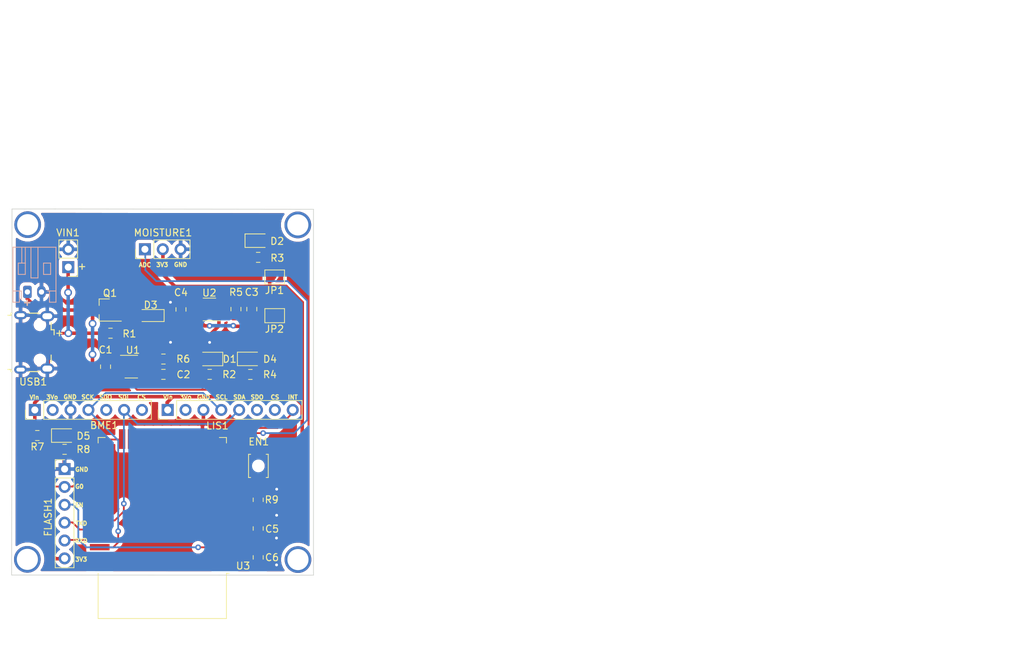
<source format=kicad_pcb>
(kicad_pcb (version 20171130) (host pcbnew "(5.1.9)-1")
  (layers (0 F.Cu signal) (31 B.Cu signal) (34 B.Paste user hide) (35 F.Paste user hide) (36 B.SilkS user hide) (37 F.SilkS user hide) (38 B.Mask user hide) (39 F.Mask user hide) (44 Edge.Cuts user))
  (net 0 "")
  (net 1 GND)
  (net 2 +BATT)
  (net 3 VBUS)
  (net 4 +3V3)
  (net 5 EN)
  (net 6 "Net-(D1-Pad1)")
  (net 7 IO2)
  (net 8 "Net-(D5-Pad1)")
  (net 9 SDA)
  (net 10 SCL)
  (net 11 TX0)
  (net 12 RX0)
  (net 13 IO0)
  (net 14 "Net-(R5-Pad1)")
  (net 15 "Net-(D4-Pad2)")
  (net 16 "Net-(U2-Pad4)")
  (net 17 "Net-(U3-Pad32)")
  (net 18 "Net-(BME1-Pad7)")
  (net 19 "Net-(BME1-Pad5)")
  (net 20 "Net-(BME1-Pad2)")
  (net 21 "Net-(C3-Pad1)")
  (net 22 "Net-(U3-Pad37)")
  (net 23 "Net-(U3-Pad31)")
  (net 24 "Net-(U3-Pad30)")
  (net 25 "Net-(U3-Pad29)")
  (net 26 "Net-(U3-Pad28)")
  (net 27 "Net-(U3-Pad27)")
  (net 28 "Net-(U3-Pad26)")
  (net 29 "Net-(U3-Pad23)")
  (net 30 "Net-(U3-Pad22)")
  (net 31 "Net-(U3-Pad21)")
  (net 32 "Net-(U3-Pad20)")
  (net 33 "Net-(U3-Pad19)")
  (net 34 "Net-(U3-Pad18)")
  (net 35 "Net-(U3-Pad17)")
  (net 36 "Net-(U3-Pad16)")
  (net 37 "Net-(U3-Pad14)")
  (net 38 "Net-(U3-Pad13)")
  (net 39 "Net-(U3-Pad12)")
  (net 40 "Net-(U3-Pad11)")
  (net 41 "Net-(U3-Pad10)")
  (net 42 "Net-(U3-Pad8)")
  (net 43 "Net-(U3-Pad7)")
  (net 44 "Net-(U3-Pad5)")
  (net 45 "Net-(U3-Pad4)")
  (net 46 "Net-(USB1-Pad4)")
  (net 47 "Net-(USB1-Pad3)")
  (net 48 "Net-(USB1-Pad2)")
  (net 49 "Net-(C4-Pad1)")
  (net 50 "Net-(R2-Pad1)")
  (net 51 "Net-(D2-Pad2)")
  (net 52 "Net-(D2-Pad1)")
  (net 53 "Net-(R6-Pad1)")
  (net 54 INT)
  (net 55 "Net-(LIS1-Pad7)")
  (net 56 "Net-(LIS1-Pad6)")
  (net 57 "Net-(LIS1-Pad2)")
  (net 58 ADC1)
  (module MountingHole:MountingHole_2.2mm_M2_DIN965_Pad (layer F.Cu) (at 129.64414 123.0503)
    (fp_text reference H4 hide)
    (fp_text value MountingHole)
    (pad 1 thru_hole circle (at 0 0) (size 3.8 3.8) (drill 3) (layers *.Cu *.Mask))
  )
  (module MountingHole:MountingHole_2.2mm_M2_DIN965_Pad (layer F.Cu) (at 168.12514 123.08332)
    (fp_text reference H3 hide)
    (fp_text value MountingHole)
    (pad 1 thru_hole circle (at 0 0) (size 3.8 3.8) (drill 3) (layers *.Cu *.Mask))
  )
  (module MountingHole:MountingHole_2.2mm_M2_DIN965_Pad (layer F.Cu) (at 168.10482 75.49134)
    (fp_text reference H2 hide)
    (fp_text value MountingHole)
    (pad 1 thru_hole circle (at 0 0) (size 3.8 3.8) (drill 3) (layers *.Cu *.Mask))
  )
  (module MountingHole:MountingHole_2.2mm_M2_DIN965_Pad (layer F.Cu) (at 129.68986 75.45324)
    (fp_text reference H1 hide)
    (fp_text value MountingHole)
    (pad 1 thru_hole circle (at 0 0) (size 3.8 3.8) (drill 3) (layers *.Cu *.Mask))
  )
  (module Connector_PinHeader_2.54mm:PinHeader_1x03_P2.54mm_Vertical (layer F.Cu) (at 146.35988 78.95336 90)
    (fp_text reference MOISTURE1 (at 2.35336 2.57012 180) (layer F.SilkS))
    (fp_text value MOISTURE)
    (pad 3 thru_hole oval (at 0 5.08 90) (size 1.7 1.7) (drill 1) (layers *.Cu *.Mask) (net 1 GND))
    (pad 2 thru_hole oval (at 0 2.54 90) (size 1.7 1.7) (drill 1) (layers *.Cu *.Mask) (net 4 +3V3))
    (pad 1 thru_hole rect (at 0 0 90) (size 1.7 1.7) (drill 1) (layers *.Cu *.Mask) (net 58 ADC1))
  )
  (module Diode_SMD:D_SOD-323_HandSoldering (layer F.Cu) (at 147.19428 88.38248 180)
    (fp_text reference D3 (at 0.01652 1.50432) (layer F.SilkS))
    (fp_text value 1A/23V/620mV)
    (pad 2 smd rect (at 1.25 0 180) (size 1 1) (layers F.Cu F.Paste F.Mask) (net 3 VBUS))
    (pad 1 smd rect (at -1.25 0 180) (size 1 1) (layers F.Cu F.Paste F.Mask) (net 49 "Net-(C4-Pad1)"))
  )
  (module LED_SMD:LED_0805_2012Metric_Pad1.15x1.40mm_HandSolder (layer F.Cu) (at 162.4584 77.72908)
    (fp_text reference D2 (at 2.7051 0.07874) (layer F.SilkS))
    (fp_text value Red)
    (pad 2 smd roundrect (at 1.025 0) (size 1.15 1.4) (layers F.Cu F.Paste F.Mask) (roundrect_rratio 0.2173904347826087) (net 51 "Net-(D2-Pad2)"))
    (pad 1 smd roundrect (at -1.025 0) (size 1.15 1.4) (layers F.Cu F.Paste F.Mask) (roundrect_rratio 0.2173904347826087) (net 52 "Net-(D2-Pad1)"))
  )
  (module Jumper:SolderJumper-2_P1.3mm_Open_TrianglePad1.0x1.5mm (layer F.Cu) (at 164.81298 88.39962)
    (fp_text reference JP2 (at -0.03954 1.89738) (layer F.SilkS))
    (fp_text value SJ)
    (pad 1 smd custom (at -0.725 0) (size 0.3 0.3) (layers F.Cu F.Mask) (net 21 "Net-(C3-Pad1)") (options (clearance outline) (anchor rect)) (primitives (gr_poly (pts (xy -0.5 -0.75) (xy 0.5 -0.75) (xy 1 0) (xy 0.5 0.75) (xy -0.5 0.75)) (width 0))))
    (pad 2 smd custom (at 0.725 0) (size 0.3 0.3) (layers F.Cu F.Mask) (net 4 +3V3) (options (clearance outline) (anchor rect)) (primitives (gr_poly (pts (xy -0.65 -0.75) (xy 0.5 -0.75) (xy 0.5 0.75) (xy -0.65 0.75) (xy -0.15 0)) (width 0))))
  )
  (module LED_SMD:LED_0805_2012Metric_Pad1.15x1.40mm_HandSolder (layer F.Cu) (at 161.37 94.55)
    (fp_text reference D4 (at 2.78 0.03 180) (layer F.SilkS))
    (fp_text value Green)
    (pad 1 smd roundrect (at -1.025 0) (size 1.15 1.4) (layers F.Cu F.Paste F.Mask) (roundrect_rratio 0.2173904347826087) (net 1 GND))
    (pad 2 smd roundrect (at 1.025 0) (size 1.15 1.4) (layers F.Cu F.Paste F.Mask) (roundrect_rratio 0.2173904347826087) (net 15 "Net-(D4-Pad2)"))
  )
  (module Package_TO_SOT_SMD:SOT-23-5_HandSoldering (layer F.Cu) (at 144.4238 95.64794)
    (fp_text reference U1 (at 0.23174 -2.35628) (layer F.SilkS))
    (fp_text value MCP73831)
    (pad 5 smd rect (at 1.35 -0.95) (size 1.56 0.65) (layers F.Cu F.Paste F.Mask) (net 53 "Net-(R6-Pad1)"))
    (pad 4 smd rect (at 1.35 0.95) (size 1.56 0.65) (layers F.Cu F.Paste F.Mask) (net 3 VBUS))
    (pad 3 smd rect (at -1.35 0.95) (size 1.56 0.65) (layers F.Cu F.Paste F.Mask) (net 2 +BATT))
    (pad 2 smd rect (at -1.35 0) (size 1.56 0.65) (layers F.Cu F.Paste F.Mask) (net 1 GND))
    (pad 1 smd rect (at -1.35 -0.95) (size 1.56 0.65) (layers F.Cu F.Paste F.Mask) (net 50 "Net-(R2-Pad1)"))
  )
  (module RF_Module:ESP32-WROOM-32 (layer F.Cu) (at 148.83 115.6 180)
    (fp_text reference U3 (at -11.48972 -8.3774 180) (layer F.SilkS))
    (fp_text value ESP32-WROOM-32)
    (pad 39 smd rect (at -1 -0.755 180) (size 5 5) (layers F.Cu F.Paste F.Mask) (net 1 GND))
    (pad 1 smd rect (at -8.5 -8.255 180) (size 2.8 0.9) (drill (offset -0.4 0)) (layers F.Cu F.Paste F.Mask) (net 1 GND))
    (pad 2 smd rect (at -8.5 -6.985 180) (size 2.8 0.9) (drill (offset -0.4 0)) (layers F.Cu F.Paste F.Mask) (net 4 +3V3))
    (pad 3 smd rect (at -8.5 -5.715 180) (size 2.8 0.9) (drill (offset -0.4 0)) (layers F.Cu F.Paste F.Mask) (net 5 EN))
    (pad 4 smd rect (at -8.5 -4.445 180) (size 2.8 0.9) (drill (offset -0.4 0)) (layers F.Cu F.Paste F.Mask) (net 45 "Net-(U3-Pad4)"))
    (pad 5 smd rect (at -8.5 -3.175 180) (size 2.8 0.9) (drill (offset -0.4 0)) (layers F.Cu F.Paste F.Mask) (net 44 "Net-(U3-Pad5)"))
    (pad 6 smd rect (at -8.5 -1.905 180) (size 2.8 0.9) (drill (offset -0.4 0)) (layers F.Cu F.Paste F.Mask) (net 58 ADC1))
    (pad 7 smd rect (at -8.5 -0.635 180) (size 2.8 0.9) (drill (offset -0.4 0)) (layers F.Cu F.Paste F.Mask) (net 43 "Net-(U3-Pad7)"))
    (pad 8 smd rect (at -8.5 0.635 180) (size 2.8 0.9) (drill (offset -0.4 0)) (layers F.Cu F.Paste F.Mask) (net 42 "Net-(U3-Pad8)"))
    (pad 9 smd rect (at -8.5 1.905 180) (size 2.8 0.9) (drill (offset -0.4 0)) (layers F.Cu F.Paste F.Mask) (net 54 INT))
    (pad 10 smd rect (at -8.5 3.175 180) (size 2.8 0.9) (drill (offset -0.4 0)) (layers F.Cu F.Paste F.Mask) (net 41 "Net-(U3-Pad10)"))
    (pad 11 smd rect (at -8.5 4.445 180) (size 2.8 0.9) (drill (offset -0.4 0)) (layers F.Cu F.Paste F.Mask) (net 40 "Net-(U3-Pad11)"))
    (pad 12 smd rect (at -8.5 5.715 180) (size 2.8 0.9) (drill (offset -0.4 0)) (layers F.Cu F.Paste F.Mask) (net 39 "Net-(U3-Pad12)"))
    (pad 13 smd rect (at -8.5 6.985 180) (size 2.8 0.9) (drill (offset -0.4 0)) (layers F.Cu F.Paste F.Mask) (net 38 "Net-(U3-Pad13)"))
    (pad 14 smd rect (at -8.5 8.255 180) (size 2.8 0.9) (drill (offset -0.4 0)) (layers F.Cu F.Paste F.Mask) (net 37 "Net-(U3-Pad14)"))
    (pad 15 smd rect (at -5.715 9.255 270) (size 2.8 0.9) (drill (offset -0.4 0)) (layers F.Cu F.Paste F.Mask) (net 1 GND))
    (pad 16 smd rect (at -4.445 9.255 270) (size 2.8 0.9) (drill (offset -0.4 0)) (layers F.Cu F.Paste F.Mask) (net 36 "Net-(U3-Pad16)"))
    (pad 17 smd rect (at -3.175 9.255 270) (size 2.8 0.9) (drill (offset -0.4 0)) (layers F.Cu F.Paste F.Mask) (net 35 "Net-(U3-Pad17)"))
    (pad 18 smd rect (at -1.905 9.255 270) (size 2.8 0.9) (drill (offset -0.4 0)) (layers F.Cu F.Paste F.Mask) (net 34 "Net-(U3-Pad18)"))
    (pad 19 smd rect (at -0.635 9.255 270) (size 2.8 0.9) (drill (offset -0.4 0)) (layers F.Cu F.Paste F.Mask) (net 33 "Net-(U3-Pad19)"))
    (pad 20 smd rect (at 0.635 9.255 270) (size 2.8 0.9) (drill (offset -0.4 0)) (layers F.Cu F.Paste F.Mask) (net 32 "Net-(U3-Pad20)"))
    (pad 21 smd rect (at 1.905 9.255 270) (size 2.8 0.9) (drill (offset -0.4 0)) (layers F.Cu F.Paste F.Mask) (net 31 "Net-(U3-Pad21)"))
    (pad 22 smd rect (at 3.175 9.255 270) (size 2.8 0.9) (drill (offset -0.4 0)) (layers F.Cu F.Paste F.Mask) (net 30 "Net-(U3-Pad22)"))
    (pad 23 smd rect (at 4.445 9.255 270) (size 2.8 0.9) (drill (offset -0.4 0)) (layers F.Cu F.Paste F.Mask) (net 29 "Net-(U3-Pad23)"))
    (pad 24 smd rect (at 5.715 9.255 270) (size 2.8 0.9) (drill (offset -0.4 0)) (layers F.Cu F.Paste F.Mask) (net 7 IO2))
    (pad 25 smd rect (at 8.5 8.255 180) (size 2.8 0.9) (drill (offset 0.4 0)) (layers F.Cu F.Paste F.Mask) (net 13 IO0))
    (pad 26 smd rect (at 8.5 6.985 180) (size 2.8 0.9) (drill (offset 0.4 0)) (layers F.Cu F.Paste F.Mask) (net 28 "Net-(U3-Pad26)"))
    (pad 27 smd rect (at 8.5 5.715 180) (size 2.8 0.9) (drill (offset 0.4 0)) (layers F.Cu F.Paste F.Mask) (net 27 "Net-(U3-Pad27)"))
    (pad 28 smd rect (at 8.5 4.445 180) (size 2.8 0.9) (drill (offset 0.4 0)) (layers F.Cu F.Paste F.Mask) (net 26 "Net-(U3-Pad28)"))
    (pad 29 smd rect (at 8.5 3.175 180) (size 2.8 0.9) (drill (offset 0.4 0)) (layers F.Cu F.Paste F.Mask) (net 25 "Net-(U3-Pad29)"))
    (pad 30 smd rect (at 8.5 1.905 180) (size 2.8 0.9) (drill (offset 0.4 0)) (layers F.Cu F.Paste F.Mask) (net 24 "Net-(U3-Pad30)"))
    (pad 31 smd rect (at 8.5 0.635 180) (size 2.8 0.9) (drill (offset 0.4 0)) (layers F.Cu F.Paste F.Mask) (net 23 "Net-(U3-Pad31)"))
    (pad 32 smd rect (at 8.5 -0.635 180) (size 2.8 0.9) (drill (offset 0.4 0)) (layers F.Cu F.Paste F.Mask) (net 17 "Net-(U3-Pad32)"))
    (pad 33 smd rect (at 8.5 -1.905 180) (size 2.8 0.9) (drill (offset 0.4 0)) (layers F.Cu F.Paste F.Mask) (net 9 SDA))
    (pad 34 smd rect (at 8.5 -3.175 180) (size 2.8 0.9) (drill (offset 0.4 0)) (layers F.Cu F.Paste F.Mask) (net 12 RX0))
    (pad 35 smd rect (at 8.5 -4.445 180) (size 2.8 0.9) (drill (offset 0.4 0)) (layers F.Cu F.Paste F.Mask) (net 11 TX0))
    (pad 36 smd rect (at 8.5 -5.715 180) (size 2.8 0.9) (drill (offset 0.4 0)) (layers F.Cu F.Paste F.Mask) (net 10 SCL))
    (pad 37 smd rect (at 8.5 -6.985 180) (size 2.8 0.9) (drill (offset 0.4 0)) (layers F.Cu F.Paste F.Mask) (net 22 "Net-(U3-Pad37)"))
    (pad 38 smd rect (at 8.5 -8.255 180) (size 2.8 0.9) (drill (offset 0.4 0)) (layers F.Cu F.Paste F.Mask) (net 1 GND))
  )
  (module Connector_USB:USB_Micro-B_Wuerth_629105150521 (layer F.Cu) (at 130.62712 92.19692 270)
    (fp_text reference USB1 (at 5.61086 0.15494) (layer F.SilkS))
    (fp_text value USB_B_Micro)
    (pad "" np_thru_hole oval (at 2.5 -0.8 270) (size 0.8 0.8) (drill 0.8) (layers *.Cu *.Mask))
    (pad "" np_thru_hole oval (at -2.5 -0.8 270) (size 0.8 0.8) (drill 0.8) (layers *.Cu *.Mask))
    (pad 6 thru_hole oval (at 3.875 1.95 270) (size 1.15 1.8) (drill oval 0.55 1.2) (layers *.Cu *.Mask) (net 1 GND))
    (pad 6 thru_hole oval (at -3.875 1.95 270) (size 1.15 1.8) (drill oval 0.55 1.2) (layers *.Cu *.Mask) (net 1 GND))
    (pad 6 thru_hole oval (at 3.725 -1.85 270) (size 1.45 2) (drill oval 0.85 1.4) (layers *.Cu *.Mask) (net 1 GND))
    (pad 6 thru_hole oval (at -3.725 -1.85 270) (size 1.45 2) (drill oval 0.85 1.4) (layers *.Cu *.Mask) (net 1 GND))
    (pad 5 smd rect (at 1.3 -1.9 270) (size 0.45 1.7) (drill (offset 0 -0.2)) (layers F.Cu F.Paste F.Mask) (net 1 GND))
    (pad 4 smd rect (at 0.65 -1.9 270) (size 0.45 1.7) (drill (offset 0 -0.2)) (layers F.Cu F.Paste F.Mask) (net 46 "Net-(USB1-Pad4)"))
    (pad 3 smd rect (at 0 -1.9 270) (size 0.45 1.7) (drill (offset 0 -0.2)) (layers F.Cu F.Paste F.Mask) (net 47 "Net-(USB1-Pad3)"))
    (pad 2 smd rect (at -0.65 -1.9 270) (size 0.45 1.7) (drill (offset 0 -0.2)) (layers F.Cu F.Paste F.Mask) (net 48 "Net-(USB1-Pad2)"))
    (pad 1 smd rect (at -1.3 -1.9 270) (size 0.45 1.7) (drill (offset 0 -0.2)) (layers F.Cu F.Paste F.Mask) (net 3 VBUS))
  )
  (module Button_Switch_SMD:SW_SPST_B3U-1000P-B (layer F.Cu) (at 162.5 109.76 270)
    (fp_text reference EN1 (at -3.43306 -0.05238) (layer F.SilkS))
    (fp_text value Switch)
    (pad "" np_thru_hole circle (at 0 0 270) (size 0.8 0.8) (drill 0.8) (layers *.Cu *.Mask))
    (pad 2 smd rect (at 1.7 0 270) (size 1.3 1.7) (drill (offset 0.2 0)) (layers F.Cu F.Paste F.Mask) (net 5 EN))
    (pad 1 smd rect (at -1.7 0 270) (size 1.3 1.7) (drill (offset -0.2 0)) (layers F.Cu F.Paste F.Mask) (net 1 GND))
  )
  (module Connector_PinHeader_2.54mm:PinHeader_1x08_P2.54mm_Vertical (layer F.Cu) (at 149.6 101.8 90)
    (fp_text reference LIS1 (at -2.2606 7.06882 180) (layer F.SilkS))
    (fp_text value LIS3DH)
    (pad 1 thru_hole rect (at 0 0 90) (size 1.7 1.7) (drill 1) (layers *.Cu *.Mask) (net 4 +3V3))
    (pad 2 thru_hole oval (at 0 2.54 90) (size 1.7 1.7) (drill 1) (layers *.Cu *.Mask) (net 57 "Net-(LIS1-Pad2)"))
    (pad 3 thru_hole oval (at 0 5.08 90) (size 1.7 1.7) (drill 1) (layers *.Cu *.Mask) (net 1 GND))
    (pad 4 thru_hole oval (at 0 7.62 90) (size 1.7 1.7) (drill 1) (layers *.Cu *.Mask) (net 10 SCL))
    (pad 5 thru_hole oval (at 0 10.16 90) (size 1.7 1.7) (drill 1) (layers *.Cu *.Mask) (net 9 SDA))
    (pad 6 thru_hole oval (at 0 12.7 90) (size 1.7 1.7) (drill 1) (layers *.Cu *.Mask) (net 56 "Net-(LIS1-Pad6)"))
    (pad 7 thru_hole oval (at 0 15.24 90) (size 1.7 1.7) (drill 1) (layers *.Cu *.Mask) (net 55 "Net-(LIS1-Pad7)"))
    (pad 8 thru_hole oval (at 0 17.78 90) (size 1.7 1.7) (drill 1) (layers *.Cu *.Mask) (net 54 INT))
  )
  (module Connector_PinHeader_2.54mm:PinHeader_1x02_P2.54mm_Vertical (layer F.Cu) (at 135.46 81.495 180)
    (fp_text reference VIN1 (at 0.04 4.895 180) (layer F.SilkS))
    (fp_text value Conn_01x07)
    (pad 2 thru_hole oval (at 0 2.54 180) (size 1.7 1.7) (drill 1) (layers *.Cu *.Mask) (net 1 GND))
    (pad 1 thru_hole rect (at 0 0 180) (size 1.7 1.7) (drill 1) (layers *.Cu *.Mask) (net 3 VBUS))
  )
  (module Connector_PinHeader_2.54mm:PinHeader_1x06_P2.54mm_Vertical (layer F.Cu) (at 134.94 110.21)
    (fp_text reference FLASH1 (at -2.3495 6.83514 90) (layer F.SilkS))
    (fp_text value Conn_01x07)
    (pad 6 thru_hole oval (at 0 12.7) (size 1.7 1.7) (drill 1) (layers *.Cu *.Mask) (net 4 +3V3))
    (pad 5 thru_hole oval (at 0 10.16) (size 1.7 1.7) (drill 1) (layers *.Cu *.Mask) (net 11 TX0))
    (pad 4 thru_hole oval (at 0 7.62) (size 1.7 1.7) (drill 1) (layers *.Cu *.Mask) (net 12 RX0))
    (pad 3 thru_hole oval (at 0 5.08) (size 1.7 1.7) (drill 1) (layers *.Cu *.Mask) (net 5 EN))
    (pad 2 thru_hole oval (at 0 2.54) (size 1.7 1.7) (drill 1) (layers *.Cu *.Mask) (net 13 IO0))
    (pad 1 thru_hole rect (at 0 0) (size 1.7 1.7) (drill 1) (layers *.Cu *.Mask) (net 1 GND))
  )
  (module Connector_PinHeader_2.54mm:PinHeader_1x07_P2.54mm_Vertical (layer F.Cu) (at 130.70332 101.80066 90)
    (fp_text reference BME1 (at -2.1971 9.85774 180) (layer F.SilkS))
    (fp_text value BME680)
    (pad 7 thru_hole oval (at 0 15.24 90) (size 1.7 1.7) (drill 1) (layers *.Cu *.Mask) (net 18 "Net-(BME1-Pad7)"))
    (pad 6 thru_hole oval (at 0 12.7 90) (size 1.7 1.7) (drill 1) (layers *.Cu *.Mask) (net 9 SDA))
    (pad 5 thru_hole oval (at 0 10.16 90) (size 1.7 1.7) (drill 1) (layers *.Cu *.Mask) (net 19 "Net-(BME1-Pad5)"))
    (pad 4 thru_hole oval (at 0 7.62 90) (size 1.7 1.7) (drill 1) (layers *.Cu *.Mask) (net 10 SCL))
    (pad 3 thru_hole oval (at 0 5.08 90) (size 1.7 1.7) (drill 1) (layers *.Cu *.Mask) (net 1 GND))
    (pad 2 thru_hole oval (at 0 2.54 90) (size 1.7 1.7) (drill 1) (layers *.Cu *.Mask) (net 20 "Net-(BME1-Pad2)"))
    (pad 1 thru_hole rect (at 0 0 90) (size 1.7 1.7) (drill 1) (layers *.Cu *.Mask) (net 4 +3V3))
  )
  (module Package_TO_SOT_SMD:SOT-23-5_HandSoldering (layer F.Cu) (at 155.53378 87.51432 180)
    (fp_text reference U2 (at 0.01212 2.35828) (layer F.SilkS))
    (fp_text value AP2112K-3.3)
    (pad 5 smd rect (at 1.35 -0.95 180) (size 1.56 0.65) (layers F.Cu F.Paste F.Mask) (net 21 "Net-(C3-Pad1)"))
    (pad 4 smd rect (at 1.35 0.95 180) (size 1.56 0.65) (layers F.Cu F.Paste F.Mask) (net 16 "Net-(U2-Pad4)"))
    (pad 3 smd rect (at -1.35 0.95 180) (size 1.56 0.65) (layers F.Cu F.Paste F.Mask) (net 14 "Net-(R5-Pad1)"))
    (pad 2 smd rect (at -1.35 0 180) (size 1.56 0.65) (layers F.Cu F.Paste F.Mask) (net 1 GND))
    (pad 1 smd rect (at -1.35 -0.95 180) (size 1.56 0.65) (layers F.Cu F.Paste F.Mask) (net 49 "Net-(C4-Pad1)"))
  )
  (module Resistor_SMD:R_0805_2012Metric_Pad1.15x1.40mm_HandSolder (layer F.Cu) (at 162.46602 80.10144)
    (fp_text reference R3 (at 2.7178 0.1016) (layer F.SilkS))
    (fp_text value 1K)
    (pad 1 smd roundrect (at -1.025 0) (size 1.15 1.4) (layers F.Cu F.Paste F.Mask) (roundrect_rratio 0.2173904347826087) (net 52 "Net-(D2-Pad1)"))
    (pad 2 smd roundrect (at 1.025 0) (size 1.15 1.4) (layers F.Cu F.Paste F.Mask) (roundrect_rratio 0.2173904347826087) (net 1 GND))
  )
  (module Jumper:SolderJumper-2_P1.3mm_Open_TrianglePad1.0x1.5mm (layer F.Cu) (at 164.80934 82.89544)
    (fp_text reference JP1 (at -0.0243 1.90246) (layer F.SilkS))
    (fp_text value SJ)
    (pad 1 smd custom (at -0.725 0) (size 0.3 0.3) (layers F.Cu F.Mask) (net 4 +3V3) (options (clearance outline) (anchor rect)) (primitives (gr_poly (pts (xy -0.5 -0.75) (xy 0.5 -0.75) (xy 1 0) (xy 0.5 0.75) (xy -0.5 0.75)) (width 0))))
    (pad 2 smd custom (at 0.725 0) (size 0.3 0.3) (layers F.Cu F.Mask) (net 51 "Net-(D2-Pad2)") (options (clearance outline) (anchor rect)) (primitives (gr_poly (pts (xy -0.65 -0.75) (xy 0.5 -0.75) (xy 0.5 0.75) (xy -0.65 0.75) (xy -0.15 0)) (width 0))))
  )
  (module LED_SMD:LED_0805_2012Metric_Pad1.15x1.40mm_HandSolder (layer F.Cu) (at 134.9392 105.44418)
    (fp_text reference D5 (at 2.6808 0.06582) (layer F.SilkS))
    (fp_text value Blue)
    (pad 1 smd roundrect (at -1.025 0) (size 1.15 1.4) (layers F.Cu F.Paste F.Mask) (roundrect_rratio 0.2173904347826087) (net 8 "Net-(D5-Pad1)"))
    (pad 2 smd roundrect (at 1.025 0) (size 1.15 1.4) (layers F.Cu F.Paste F.Mask) (roundrect_rratio 0.2173904347826087) (net 7 IO2))
  )
  (module Connector_JST:JST_PH_S2B-PH-K_1x02_P2.00mm_Horizontal (layer B.Cu) (at 129.65 85.025)
    (fp_text reference BATTERY1 hide)
    (fp_text value LiPo)
    (pad 2 thru_hole oval (at 2 0) (size 1.2 1.75) (drill 0.75) (layers *.Cu *.Mask) (net 1 GND))
    (pad 1 thru_hole roundrect (at 0 0) (size 1.2 1.75) (drill 0.75) (layers *.Cu *.Mask) (roundrect_rratio 0.2083325) (net 2 +BATT))
  )
  (module Resistor_SMD:R_0805_2012Metric_Pad1.15x1.40mm_HandSolder (layer F.Cu) (at 131.06 105.44 180)
    (fp_text reference R7 (at -0.01 -1.6) (layer F.SilkS))
    (fp_text value 10K)
    (pad 1 smd roundrect (at -1.025 0 180) (size 1.15 1.4) (layers F.Cu F.Paste F.Mask) (roundrect_rratio 0.2173904347826087) (net 13 IO0))
    (pad 2 smd roundrect (at 1.025 0 180) (size 1.15 1.4) (layers F.Cu F.Paste F.Mask) (roundrect_rratio 0.2173904347826087) (net 4 +3V3))
  )
  (module Resistor_SMD:R_0805_2012Metric_Pad1.15x1.40mm_HandSolder (layer F.Cu) (at 162.47 114.58 90)
    (fp_text reference R9 (at 0.01 1.92 180) (layer F.SilkS))
    (fp_text value 10K)
    (pad 2 smd roundrect (at 1.025 0 90) (size 1.15 1.4) (layers F.Cu F.Paste F.Mask) (roundrect_rratio 0.2173904347826087) (net 5 EN))
    (pad 1 smd roundrect (at -1.025 0 90) (size 1.15 1.4) (layers F.Cu F.Paste F.Mask) (roundrect_rratio 0.2173904347826087) (net 4 +3V3))
  )
  (module Resistor_SMD:R_0805_2012Metric_Pad1.15x1.40mm_HandSolder (layer F.Cu) (at 134.9397 107.40438)
    (fp_text reference R8 (at 2.6703 0.00562) (layer F.SilkS))
    (fp_text value 1K)
    (pad 1 smd roundrect (at -1.025 0) (size 1.15 1.4) (layers F.Cu F.Paste F.Mask) (roundrect_rratio 0.2173904347826087) (net 8 "Net-(D5-Pad1)"))
    (pad 2 smd roundrect (at 1.025 0) (size 1.15 1.4) (layers F.Cu F.Paste F.Mask) (roundrect_rratio 0.2173904347826087) (net 1 GND))
  )
  (module Resistor_SMD:R_0805_2012Metric_Pad1.15x1.40mm_HandSolder (layer F.Cu) (at 148.99 94.57)
    (fp_text reference R6 (at 2.8146 -0.01) (layer F.SilkS))
    (fp_text value 1.0K)
    (pad 1 smd roundrect (at -1.025 0) (size 1.15 1.4) (layers F.Cu F.Paste F.Mask) (roundrect_rratio 0.2173904347826087) (net 53 "Net-(R6-Pad1)"))
    (pad 2 smd roundrect (at 1.025 0) (size 1.15 1.4) (layers F.Cu F.Paste F.Mask) (roundrect_rratio 0.2173904347826087) (net 1 GND))
  )
  (module Resistor_SMD:R_0805_2012Metric_Pad1.15x1.40mm_HandSolder (layer F.Cu) (at 161.35 96.75 180)
    (fp_text reference R4 (at -2.79 -0.02) (layer F.SilkS))
    (fp_text value 1K)
    (pad 1 smd roundrect (at -1.025 0 180) (size 1.15 1.4) (layers F.Cu F.Paste F.Mask) (roundrect_rratio 0.2173904347826087) (net 15 "Net-(D4-Pad2)"))
    (pad 2 smd roundrect (at 1.025 0 180) (size 1.15 1.4) (layers F.Cu F.Paste F.Mask) (roundrect_rratio 0.2173904347826087) (net 50 "Net-(R2-Pad1)"))
  )
  (module Resistor_SMD:R_0805_2012Metric_Pad1.15x1.40mm_HandSolder (layer F.Cu) (at 159.30118 87.46236 270)
    (fp_text reference R5 (at -2.40792 -0.01524 180) (layer F.SilkS))
    (fp_text value 100K)
    (pad 2 smd roundrect (at 1.025 0 270) (size 1.15 1.4) (layers F.Cu F.Paste F.Mask) (roundrect_rratio 0.2173904347826087) (net 49 "Net-(C4-Pad1)"))
    (pad 1 smd roundrect (at -1.025 0 270) (size 1.15 1.4) (layers F.Cu F.Paste F.Mask) (roundrect_rratio 0.2173904347826087) (net 14 "Net-(R5-Pad1)"))
  )
  (module Resistor_SMD:R_0805_2012Metric_Pad1.15x1.40mm_HandSolder (layer F.Cu) (at 155.57 96.74)
    (fp_text reference R2 (at 2.78 0.02) (layer F.SilkS))
    (fp_text value 1K)
    (pad 2 smd roundrect (at 1.025 0) (size 1.15 1.4) (layers F.Cu F.Paste F.Mask) (roundrect_rratio 0.2173904347826087) (net 6 "Net-(D1-Pad1)"))
    (pad 1 smd roundrect (at -1.025 0) (size 1.15 1.4) (layers F.Cu F.Paste F.Mask) (roundrect_rratio 0.2173904347826087) (net 50 "Net-(R2-Pad1)"))
  )
  (module Resistor_SMD:R_0805_2012Metric_Pad1.15x1.40mm_HandSolder (layer F.Cu) (at 141.4653 90.89136 180)
    (fp_text reference R1 (at -2.68986 -0.08382) (layer F.SilkS))
    (fp_text value 10K)
    (pad 2 smd roundrect (at 1.025 0 180) (size 1.15 1.4) (layers F.Cu F.Paste F.Mask) (roundrect_rratio 0.2173904347826087) (net 3 VBUS))
    (pad 1 smd roundrect (at -1.025 0 180) (size 1.15 1.4) (layers F.Cu F.Paste F.Mask) (roundrect_rratio 0.2173904347826087) (net 1 GND))
  )
  (module Package_TO_SOT_SMD:SOT-23_Handsoldering (layer F.Cu) (at 140.61186 87.59444 180)
    (fp_text reference Q1 (at -0.77978 2.4003) (layer F.SilkS))
    (fp_text value 2.5A/30V)
    (pad 1 smd rect (at -1.5 -0.95 180) (size 1.9 0.8) (layers F.Cu F.Paste F.Mask) (net 3 VBUS))
    (pad 2 smd rect (at -1.5 0.95 180) (size 1.9 0.8) (layers F.Cu F.Paste F.Mask) (net 49 "Net-(C4-Pad1)"))
    (pad 3 smd rect (at 1.5 0 180) (size 1.9 0.8) (layers F.Cu F.Paste F.Mask) (net 2 +BATT))
  )
  (module LED_SMD:LED_0805_2012Metric_Pad1.15x1.40mm_HandSolder (layer F.Cu) (at 155.57 94.56 180)
    (fp_text reference D1 (at -2.84 -0.01) (layer F.SilkS))
    (fp_text value Red)
    (pad 1 smd roundrect (at -1.025 0 180) (size 1.15 1.4) (layers F.Cu F.Paste F.Mask) (roundrect_rratio 0.2173904347826087) (net 6 "Net-(D1-Pad1)"))
    (pad 2 smd roundrect (at 1.025 0 180) (size 1.15 1.4) (layers F.Cu F.Paste F.Mask) (roundrect_rratio 0.2173904347826087) (net 3 VBUS))
  )
  (module Capacitor_SMD:C_0805_2012Metric_Pad1.15x1.40mm_HandSolder (layer F.Cu) (at 162.47 122.77 270)
    (fp_text reference C6 (at 0.01384 -1.96102 180) (layer F.SilkS))
    (fp_text value 10uF/10V)
    (pad 2 smd roundrect (at 1.025 0 270) (size 1.15 1.4) (layers F.Cu F.Paste F.Mask) (roundrect_rratio 0.2173904347826087) (net 1 GND))
    (pad 1 smd roundrect (at -1.025 0 270) (size 1.15 1.4) (layers F.Cu F.Paste F.Mask) (roundrect_rratio 0.2173904347826087) (net 4 +3V3))
  )
  (module Capacitor_SMD:C_0805_2012Metric_Pad1.15x1.40mm_HandSolder (layer F.Cu) (at 162.47 118.66 90)
    (fp_text reference C5 (at -0.06722 1.97) (layer F.SilkS))
    (fp_text value 0.1uF/50V)
    (pad 2 smd roundrect (at 1.025 0 90) (size 1.15 1.4) (layers F.Cu F.Paste F.Mask) (roundrect_rratio 0.2173904347826087) (net 1 GND))
    (pad 1 smd roundrect (at -1.025 0 90) (size 1.15 1.4) (layers F.Cu F.Paste F.Mask) (roundrect_rratio 0.2173904347826087) (net 4 +3V3))
  )
  (module Capacitor_SMD:C_0805_2012Metric_Pad1.15x1.40mm_HandSolder (layer F.Cu) (at 151.48516 87.50934 90)
    (fp_text reference C4 (at 2.40918 -0.0021 180) (layer F.SilkS))
    (fp_text value 1.0uF/6.3V)
    (pad 2 smd roundrect (at 1.025 0 90) (size 1.15 1.4) (layers F.Cu F.Paste F.Mask) (roundrect_rratio 0.2173904347826087) (net 1 GND))
    (pad 1 smd roundrect (at -1.025 0 90) (size 1.15 1.4) (layers F.Cu F.Paste F.Mask) (roundrect_rratio 0.2173904347826087) (net 49 "Net-(C4-Pad1)"))
  )
  (module Capacitor_SMD:C_0805_2012Metric_Pad1.15x1.40mm_HandSolder (layer F.Cu) (at 161.55924 87.4649 90)
    (fp_text reference C3 (at 2.41046 -0.0127 180) (layer F.SilkS))
    (fp_text value 1.0uF/6.3V)
    (pad 2 smd roundrect (at 1.025 0 90) (size 1.15 1.4) (layers F.Cu F.Paste F.Mask) (roundrect_rratio 0.2173904347826087) (net 1 GND))
    (pad 1 smd roundrect (at -1.025 0 90) (size 1.15 1.4) (layers F.Cu F.Paste F.Mask) (roundrect_rratio 0.2173904347826087) (net 21 "Net-(C3-Pad1)"))
  )
  (module Capacitor_SMD:C_0805_2012Metric_Pad1.15x1.40mm_HandSolder (layer F.Cu) (at 148.99 96.74)
    (fp_text reference C2 (at 2.85 0.03) (layer F.SilkS))
    (fp_text value 4.7uF/6.3V)
    (pad 2 smd roundrect (at 1.025 0) (size 1.15 1.4) (layers F.Cu F.Paste F.Mask) (roundrect_rratio 0.2173904347826087) (net 1 GND))
    (pad 1 smd roundrect (at -1.025 0) (size 1.15 1.4) (layers F.Cu F.Paste F.Mask) (roundrect_rratio 0.2173904347826087) (net 3 VBUS))
  )
  (module Capacitor_SMD:C_0805_2012Metric_Pad1.15x1.40mm_HandSolder (layer F.Cu) (at 140.76398 95.65284 90)
    (fp_text reference C1 (at 2.40436 -0.0048 180) (layer F.SilkS))
    (fp_text value 4.7uF/6.3V)
    (pad 2 smd roundrect (at 1.025 0 90) (size 1.15 1.4) (layers F.Cu F.Paste F.Mask) (roundrect_rratio 0.2173904347826087) (net 1 GND))
    (pad 1 smd roundrect (at -1.025 0 90) (size 1.15 1.4) (layers F.Cu F.Paste F.Mask) (roundrect_rratio 0.2173904347826087) (net 2 +BATT))
  )
  (gr_text + (at 129.625 86.475) (layer F.SilkS) (effects (font (size 1 1))))
  (gr_text + (at 134.2 90.8304) (layer F.SilkS) (effects (font (size 1 1))))
  (gr_line (start 127.45828 73.22762) (end 133.604 73.22312) (layer Edge.Cuts) (width 0.1))
  (gr_text + (at 137.425 81.35) (layer F.SilkS) (effects (font (size 1 1))))
  (gr_text 3V3 (at 148.81606 81.15808) (layer F.SilkS) (effects (font (size 0.6 0.6))))
  (gr_text + (at 129.625 86.625 180) (layer B.SilkS) (effects (font (size 1 1)) (justify mirror)))
  (gr_text INT (at 167.38346 99.98964) (layer F.SilkS) (effects (font (size 0.6 0.6))))
  (gr_text CS (at 164.85108 99.98456) (layer F.SilkS) (effects (font (size 0.6 0.6))))
  (gr_text SDO (at 162.31616 99.9871) (layer F.SilkS) (effects (font (size 0.6 0.6))))
  (gr_text 3Vo (at 152.1587 99.9871) (layer F.SilkS) (effects (font (size 0.6 0.6))))
  (gr_text CS (at 145.87728 99.98456) (layer F.SilkS) (effects (font (size 0.6 0.6))))
  (gr_text SDO (at 140.77188 99.98456) (layer F.SilkS) (effects (font (size 0.6 0.6))))
  (gr_text 3Vo (at 133.17728 99.98456) (layer F.SilkS) (effects (font (size 0.6 0.6))))
  (gr_text GND (at 151.43226 81.14284) (layer F.SilkS) (effects (font (size 0.6 0.6))))
  (gr_text ADC (at 146.3675 81.1784) (layer F.SilkS) (effects (font (size 0.6 0.6))))
  (gr_text 3V3 (at 137.29618 123.04998) (layer F.SilkS) (effects (font (size 0.6 0.6))))
  (gr_text RXD (at 137.29618 120.40838) (layer F.SilkS) (effects (font (size 0.6 0.6))))
  (gr_text TXD (at 137.31396 117.94204) (layer F.SilkS) (effects (font (size 0.6 0.6))))
  (gr_text EN (at 137.0117 115.3233) (layer F.SilkS) (effects (font (size 0.6 0.6))))
  (gr_text G0 (at 137.04218 112.69694) (layer F.SilkS) (effects (font (size 0.6 0.6))))
  (gr_text GND (at 137.37238 110.27124) (layer F.SilkS) (effects (font (size 0.6 0.6))))
  (gr_text SDA (at 159.78632 99.98456) (layer F.SilkS) (effects (font (size 0.6 0.6))))
  (gr_text SCL (at 157.26664 99.98456) (layer F.SilkS) (effects (font (size 0.6 0.6))))
  (gr_text GND (at 154.69362 99.9871) (layer F.SilkS) (effects (font (size 0.6 0.6))))
  (gr_text Vin (at 149.6441 99.9871) (layer F.SilkS) (effects (font (size 0.6 0.6))))
  (gr_text SDI (at 143.31188 99.98456) (layer F.SilkS) (effects (font (size 0.6 0.6))))
  (gr_text SCK (at 138.22934 99.97186) (layer F.SilkS) (effects (font (size 0.6 0.6))))
  (gr_text GND (at 135.71728 99.95916) (layer F.SilkS) (effects (font (size 0.6 0.6))))
  (gr_text Vin (at 130.63728 100.00996) (layer F.SilkS) (effects (font (size 0.6 0.6))))
  (gr_line (start 127.41 124.98) (end 127.45828 73.22762) (layer Edge.Cuts) (width 0.1))
  (gr_line (start 127.41 125.28) (end 127.41 124.98) (layer Edge.Cuts) (width 0.1))
  (gr_line (start 170.33 125.3) (end 127.41 125.28) (layer Edge.Cuts) (width 0.1))
  (gr_line (start 170.33 73.27) (end 170.33 125.3) (layer Edge.Cuts) (width 0.1))
  (gr_line (start 133.604 73.22312) (end 170.33 73.27) (layer Edge.Cuts) (width 0.1))
  (segment (start 161.84256 107.36442) (end 163.08832 107.36442) (width 0.25) (layer F.Cu) (net 1))
  (segment (start 140.76398 94.62784) (end 141.03784 94.62784) (width 0.25) (layer F.Cu) (net 1))
  (segment (start 141.03784 94.62784) (end 142.01 95.6) (width 0.25) (layer F.Cu) (net 1))
  (segment (start 142.01 95.6) (end 143.06 95.6) (width 0.25) (layer F.Cu) (net 1))
  (segment (start 152.56118 87.51432) (end 156.78726 87.51432) (width 0.5) (layer F.Cu) (net 1))
  (segment (start 151.61756 86.5707) (end 152.56118 87.51432) (width 0.5) (layer F.Cu) (net 1))
  (segment (start 151.475 86.5707) (end 151.61756 86.5707) (width 0.5) (layer F.Cu) (net 1))
  (segment (start 132.7404 93.58112) (end 132.7404 95.95612) (width 0.25) (layer F.Cu) (net 1))
  (via (at 149.99046 86.48954) (size 0.8) (drill 0.4) (layers F.Cu B.Cu) (net 1))
  (segment (start 151.48516 86.48434) (end 149.99566 86.48434) (width 0.25) (layer F.Cu) (net 1))
  (segment (start 149.99566 86.48434) (end 149.99046 86.48954) (width 0.25) (layer F.Cu) (net 1))
  (segment (start 134.75208 108.6413) (end 135.7792 107.61418) (width 0.25) (layer F.Cu) (net 1))
  (segment (start 134.75208 110.21314) (end 134.75208 108.6413) (width 0.25) (layer F.Cu) (net 1))
  (via (at 165.09 116.78) (size 0.8) (drill 0.4) (layers F.Cu B.Cu) (net 1))
  (via (at 165.07 120.02) (size 0.8) (drill 0.4) (layers F.Cu B.Cu) (net 1))
  (segment (start 165.09 116.78) (end 165.09 120) (width 0.25) (layer F.Cu) (net 1))
  (segment (start 165.09 120) (end 165.07 120.02) (width 0.25) (layer F.Cu) (net 1))
  (via (at 165.100002 113.07) (size 0.8) (drill 0.4) (layers F.Cu B.Cu) (net 1))
  (segment (start 165.09 116.78) (end 165.09 113.080002) (width 0.25) (layer B.Cu) (net 1))
  (segment (start 165.09 113.080002) (end 165.100002 113.07) (width 0.25) (layer B.Cu) (net 1))
  (via (at 150 92.18392) (size 0.8) (drill 0.4) (layers F.Cu B.Cu) (net 1))
  (segment (start 150.31322 94.6343) (end 150 94.32108) (width 0.25) (layer F.Cu) (net 1))
  (segment (start 149.99046 92.17438) (end 150 92.18392) (width 0.25) (layer B.Cu) (net 1))
  (segment (start 150 94.32108) (end 150 92.18392) (width 0.25) (layer F.Cu) (net 1))
  (segment (start 149.99046 86.48954) (end 149.99046 92.17438) (width 0.25) (layer B.Cu) (net 1))
  (via (at 155.55976 92.19692) (size 0.8) (drill 0.4) (layers F.Cu B.Cu) (net 1))
  (segment (start 160.3566 94.3133) (end 158.24022 92.19692) (width 0.25) (layer F.Cu) (net 1))
  (segment (start 155.54676 92.18392) (end 155.55976 92.19692) (width 0.25) (layer B.Cu) (net 1))
  (segment (start 158.24022 92.19692) (end 155.55976 92.19692) (width 0.25) (layer F.Cu) (net 1))
  (segment (start 150 92.18392) (end 155.54676 92.18392) (width 0.25) (layer B.Cu) (net 1))
  (segment (start 165.05 123.81) (end 165.08 123.84) (width 0.25) (layer F.Cu) (net 1))
  (segment (start 162.41 123.81) (end 165.05 123.81) (width 0.25) (layer F.Cu) (net 1))
  (segment (start 165.07 123.83) (end 165.08 123.84) (width 0.25) (layer B.Cu) (net 1))
  (segment (start 165.07 120.02) (end 165.07 123.83) (width 0.25) (layer B.Cu) (net 1))
  (via (at 165.08 123.84) (size 0.8) (drill 0.4) (layers F.Cu B.Cu) (net 1))
  (segment (start 165.100002 108.870002) (end 165.100002 113.07) (width 0.25) (layer F.Cu) (net 1))
  (segment (start 162.69 107.87) (end 164.1 107.87) (width 0.25) (layer F.Cu) (net 1))
  (segment (start 164.1 107.87) (end 165.100002 108.870002) (width 0.25) (layer F.Cu) (net 1))
  (segment (start 162.5 108.06) (end 162.69 107.87) (width 0.25) (layer F.Cu) (net 1))
  (segment (start 140.76398 96.67784) (end 143.01216 96.67784) (width 0.5) (layer F.Cu) (net 2))
  (segment (start 143.01216 96.67784) (end 143.06 96.63) (width 0.5) (layer F.Cu) (net 2))
  (via (at 138.917682 89.52992) (size 1.1) (drill 0.7) (layers F.Cu B.Cu) (net 2))
  (segment (start 138.917682 88.752103) (end 138.917682 89.52992) (width 0.5) (layer F.Cu) (net 2))
  (segment (start 138.917682 87.788618) (end 138.917682 88.752103) (width 0.5) (layer F.Cu) (net 2))
  (segment (start 139.11186 87.59444) (end 138.917682 87.788618) (width 0.5) (layer F.Cu) (net 2))
  (via (at 138.90498 93.898718) (size 1.1) (drill 0.7) (layers F.Cu B.Cu) (net 2))
  (segment (start 138.917682 93.886016) (end 138.90498 93.898718) (width 0.5) (layer B.Cu) (net 2))
  (segment (start 140.76398 96.67784) (end 139.8553 96.67784) (width 0.5) (layer F.Cu) (net 2))
  (segment (start 139.8553 96.67784) (end 138.90498 95.72752) (width 0.5) (layer F.Cu) (net 2))
  (segment (start 138.90498 95.72752) (end 138.90498 93.898718) (width 0.5) (layer F.Cu) (net 2))
  (segment (start 138.917682 89.52992) (end 138.917682 93.886016) (width 0.5) (layer B.Cu) (net 2))
  (segment (start 134.79 87.6) (end 134.85 87.6) (width 0.5) (layer F.Cu) (net 2))
  (segment (start 134.09 86.9) (end 134.79 87.6) (width 0.5) (layer F.Cu) (net 2))
  (segment (start 130.525 86.9) (end 134.09 86.9) (width 0.5) (layer F.Cu) (net 2))
  (segment (start 134.85 87.6) (end 139.74 87.6) (width 0.5) (layer F.Cu) (net 2))
  (segment (start 129.625 86) (end 130.525 86.9) (width 0.5) (layer F.Cu) (net 2))
  (segment (start 129.625 84.865) (end 129.625 86) (width 0.5) (layer F.Cu) (net 2))
  (segment (start 129.52 84.76) (end 129.625 84.865) (width 0.5) (layer F.Cu) (net 2))
  (segment (start 145.77492 88.54508) (end 145.9 88.42) (width 0.5) (layer F.Cu) (net 3))
  (segment (start 145.7738 96.59794) (end 148.12794 96.59794) (width 0.5) (layer F.Cu) (net 3))
  (segment (start 148.12794 96.59794) (end 148.19 96.66) (width 0.5) (layer F.Cu) (net 3))
  (segment (start 145.94428 89.96584) (end 145.94428 88.38248) (width 0.5) (layer F.Cu) (net 3))
  (segment (start 146.8444 90.86596) (end 145.94428 89.96584) (width 0.5) (layer F.Cu) (net 3))
  (segment (start 150.93696 90.86596) (end 146.8444 90.86596) (width 0.5) (layer F.Cu) (net 3))
  (segment (start 151.97328 91.90228) (end 150.93696 90.86596) (width 0.5) (layer F.Cu) (net 3))
  (segment (start 151.97328 92.83672) (end 151.97328 91.90228) (width 0.5) (layer F.Cu) (net 3))
  (segment (start 151.97 92.84) (end 151.97328 92.83672) (width 0.5) (layer F.Cu) (net 3))
  (segment (start 151.97 94.38) (end 151.97 92.84) (width 0.5) (layer F.Cu) (net 3))
  (segment (start 144.3184 88.54508) (end 145.77492 88.54508) (width 0.5) (layer F.Cu) (net 3))
  (segment (start 142.52462 88.54508) (end 144.3184 88.54508) (width 0.5) (layer F.Cu) (net 3))
  (via (at 135.48 90.89136) (size 1.1) (drill 0.7) (layers F.Cu B.Cu) (net 3))
  (segment (start 151.97828 94.37172) (end 151.97 94.38) (width 0.5) (layer F.Cu) (net 3))
  (segment (start 154.54752 94.37172) (end 151.97828 94.37172) (width 0.5) (layer F.Cu) (net 3))
  (segment (start 140.9471 88.54444) (end 142.11186 88.54444) (width 0.5) (layer F.Cu) (net 3))
  (segment (start 140.4403 89.05124) (end 140.9471 88.54444) (width 0.5) (layer F.Cu) (net 3))
  (segment (start 140.4403 90.89136) (end 140.4403 89.05124) (width 0.5) (layer F.Cu) (net 3))
  (segment (start 147.96 97.72) (end 147.96 97.16) (width 0.5) (layer F.Cu) (net 3))
  (segment (start 148.56 98.32) (end 147.96 97.72) (width 0.5) (layer F.Cu) (net 3))
  (segment (start 151.14 98.32) (end 148.56 98.32) (width 0.5) (layer F.Cu) (net 3))
  (segment (start 151.97 97.49) (end 151.14 98.32) (width 0.5) (layer F.Cu) (net 3))
  (segment (start 151.97 94.38) (end 151.97 97.49) (width 0.5) (layer F.Cu) (net 3))
  (segment (start 140.4403 90.89136) (end 135.6741 90.89136) (width 0.5) (layer F.Cu) (net 3))
  (segment (start 133.42112 90.89644) (end 133.41604 90.89136) (width 0.4) (layer F.Cu) (net 3))
  (segment (start 135.47492 90.89644) (end 133.42112 90.89644) (width 0.4) (layer F.Cu) (net 3))
  (segment (start 135.48 90.89136) (end 135.47492 90.89644) (width 0.4) (layer F.Cu) (net 3))
  (segment (start 135.6741 90.89136) (end 135.48 90.89136) (width 0.4) (layer F.Cu) (net 3))
  (via (at 135.439988 85.110012) (size 1.1) (drill 0.7) (layers F.Cu B.Cu) (net 3))
  (segment (start 135.44 81.44224) (end 135.44 85.11) (width 0.5) (layer F.Cu) (net 3))
  (segment (start 135.44 85.11) (end 135.439988 85.110012) (width 0.5) (layer F.Cu) (net 3))
  (segment (start 135.45 90.92384) (end 135.45 85.120024) (width 0.5) (layer B.Cu) (net 3))
  (segment (start 135.45 85.120024) (end 135.439988 85.110012) (width 0.5) (layer B.Cu) (net 3))
  (segment (start 149.14452 101.7028) (end 149.31172 101.87) (width 0.5) (layer F.Cu) (net 4))
  (segment (start 159.49978 122.585) (end 160.32478 121.76) (width 0.5) (layer F.Cu) (net 4))
  (segment (start 160.32478 121.76) (end 162.20172 121.76) (width 0.5) (layer F.Cu) (net 4))
  (segment (start 157.12172 122.585) (end 159.49978 122.585) (width 0.5) (layer F.Cu) (net 4))
  (segment (start 168.73172 91.14996) (end 168.73172 100.28) (width 0.5) (layer F.Cu) (net 4))
  (segment (start 162.49 121.47172) (end 162.20172 121.76) (width 0.5) (layer F.Cu) (net 4))
  (segment (start 162.49 119.91328) (end 162.49 121.47172) (width 0.5) (layer F.Cu) (net 4))
  (segment (start 162.26172 119.685) (end 162.49 119.91328) (width 0.5) (layer F.Cu) (net 4))
  (segment (start 168.73172 118.36828) (end 168.73172 115.63398) (width 0.5) (layer F.Cu) (net 4))
  (segment (start 165.34 121.76) (end 168.73172 118.36828) (width 0.5) (layer F.Cu) (net 4))
  (segment (start 162.20172 121.76) (end 165.34 121.76) (width 0.5) (layer F.Cu) (net 4))
  (segment (start 168.73172 110.91828) (end 168.73172 115.63398) (width 0.5) (layer F.Cu) (net 4))
  (segment (start 168.73172 112.19828) (end 168.73172 110.91828) (width 0.5) (layer F.Cu) (net 4))
  (segment (start 165.325 115.605) (end 168.73172 112.19828) (width 0.5) (layer F.Cu) (net 4))
  (segment (start 162.26172 115.605) (end 165.325 115.605) (width 0.5) (layer F.Cu) (net 4))
  (segment (start 168.73172 89.76) (end 168.73172 91.14996) (width 0.5) (layer F.Cu) (net 4))
  (segment (start 163.86418 82.61466) (end 164.19322 82.9437) (width 0.25) (layer F.Cu) (net 4))
  (segment (start 164.1221 84.24926) (end 165.53434 84.24926) (width 0.5) (layer F.Cu) (net 4))
  (segment (start 165.53434 84.24926) (end 166.45128 84.24926) (width 0.5) (layer F.Cu) (net 4))
  (segment (start 166.45128 84.24926) (end 168.73172 86.5297) (width 0.5) (layer F.Cu) (net 4))
  (segment (start 168.73172 86.5297) (end 168.73172 89.74064) (width 0.5) (layer F.Cu) (net 4))
  (segment (start 148.9202 78.95082) (end 148.9202 82.52968) (width 0.5) (layer F.Cu) (net 4))
  (segment (start 148.9202 82.52968) (end 150.63978 84.24926) (width 0.5) (layer F.Cu) (net 4))
  (segment (start 150.63978 84.24926) (end 164.1221 84.24926) (width 0.5) (layer F.Cu) (net 4))
  (segment (start 130.68046 102.13874) (end 130.46172 101.92) (width 0.5) (layer F.Cu) (net 4))
  (segment (start 130.7 103.38) (end 130.7 101.83) (width 0.5) (layer F.Cu) (net 4))
  (segment (start 130.035 104.045) (end 130.7 103.38) (width 0.5) (layer F.Cu) (net 4))
  (segment (start 130.035 105.44) (end 130.035 104.045) (width 0.5) (layer F.Cu) (net 4))
  (segment (start 168.73172 101.05172) (end 168.73172 100.28) (width 0.5) (layer F.Cu) (net 4))
  (segment (start 168.73172 115.63398) (end 168.73172 101.05172) (width 0.5) (layer F.Cu) (net 4))
  (segment (start 166.94852 99.91852) (end 166.95 99.92) (width 0.5) (layer F.Cu) (net 4))
  (segment (start 151.28654 99.91852) (end 166.94852 99.91852) (width 0.5) (layer F.Cu) (net 4))
  (segment (start 168.72172 101.05172) (end 168.73172 101.05172) (width 0.5) (layer F.Cu) (net 4))
  (segment (start 167.58852 99.91852) (end 168.72172 101.05172) (width 0.5) (layer F.Cu) (net 4))
  (segment (start 166.94852 99.91852) (end 167.58852 99.91852) (width 0.5) (layer F.Cu) (net 4))
  (segment (start 150.92852 99.91852) (end 151.28654 99.91852) (width 0.5) (layer F.Cu) (net 4))
  (segment (start 150.34148 99.91852) (end 150.92852 99.91852) (width 0.5) (layer F.Cu) (net 4))
  (segment (start 149.52 100.74) (end 150.34148 99.91852) (width 0.5) (layer F.Cu) (net 4))
  (segment (start 149.52 101.87) (end 149.52 100.74) (width 0.5) (layer F.Cu) (net 4))
  (segment (start 130.68 100.79) (end 130.68 101.65172) (width 0.5) (layer F.Cu) (net 4))
  (segment (start 131.55148 99.91852) (end 130.68 100.79) (width 0.5) (layer F.Cu) (net 4))
  (segment (start 151.28654 99.91852) (end 131.55148 99.91852) (width 0.5) (layer F.Cu) (net 4))
  (segment (start 168.73172 90.61402) (end 168.73172 91.14996) (width 0.5) (layer F.Cu) (net 4))
  (segment (start 166.52494 88.40724) (end 168.73172 90.61402) (width 0.5) (layer F.Cu) (net 4))
  (segment (start 166.52494 88.40724) (end 165.63086 88.40724) (width 0.5) (layer F.Cu) (net 4))
  (segment (start 164.10432 84.23148) (end 164.1221 84.24926) (width 0.5) (layer F.Cu) (net 4))
  (segment (start 164.10432 83.1596) (end 164.10432 84.23148) (width 0.5) (layer F.Cu) (net 4))
  (segment (start 164.04082 83.0961) (end 164.10432 83.1596) (width 0.5) (layer F.Cu) (net 4))
  (segment (start 130.08 105.71) (end 130.08 105.87706) (width 0.5) (layer F.Cu) (net 4))
  (segment (start 130.01 105.78) (end 130.08 105.71) (width 0.5) (layer F.Cu) (net 4))
  (segment (start 130.01 119.3) (end 130.01 105.78) (width 0.5) (layer F.Cu) (net 4))
  (segment (start 133.67 122.96) (end 130.01 119.3) (width 0.5) (layer F.Cu) (net 4))
  (segment (start 135.04 122.96) (end 133.67 122.96) (width 0.5) (layer F.Cu) (net 4))
  (segment (start 157.33 121.315) (end 159.375 121.315) (width 0.25) (layer F.Cu) (net 5))
  (segment (start 159.375 121.315) (end 161.07 119.62) (width 0.25) (layer F.Cu) (net 5))
  (segment (start 161.07 119.62) (end 161.07 114.86) (width 0.25) (layer F.Cu) (net 5))
  (segment (start 162.5 111.46) (end 162.5 113.4) (width 0.25) (layer F.Cu) (net 5))
  (via (at 153.93 121.34) (size 0.8) (drill 0.4) (layers F.Cu B.Cu) (net 5))
  (segment (start 153.93 121.34) (end 157.61 121.34) (width 0.25) (layer F.Cu) (net 5))
  (segment (start 153.9 121.31) (end 153.93 121.34) (width 0.25) (layer B.Cu) (net 5))
  (segment (start 162.34274 113.58) (end 162.4 113.58) (width 0.25) (layer F.Cu) (net 5))
  (segment (start 161.07 114.85274) (end 162.34274 113.58) (width 0.25) (layer F.Cu) (net 5))
  (segment (start 161.07 114.86) (end 161.07 114.85274) (width 0.25) (layer F.Cu) (net 5))
  (segment (start 138.02 121.34) (end 153.93 121.34) (width 0.25) (layer B.Cu) (net 5))
  (segment (start 136.89 120.21) (end 138.02 121.34) (width 0.25) (layer B.Cu) (net 5))
  (segment (start 136.89 116.05) (end 136.89 120.21) (width 0.25) (layer B.Cu) (net 5))
  (segment (start 136.1 115.26) (end 136.89 116.05) (width 0.25) (layer B.Cu) (net 5))
  (segment (start 134.87 115.26) (end 136.1 115.26) (width 0.25) (layer B.Cu) (net 5))
  (segment (start 156.59752 94.37172) (end 156.59752 96.68472) (width 0.25) (layer F.Cu) (net 6))
  (segment (start 139.13418 105.47418) (end 135.71418 105.47418) (width 0.25) (layer F.Cu) (net 7))
  (segment (start 139.67 106.01) (end 139.13418 105.47418) (width 0.25) (layer F.Cu) (net 7))
  (segment (start 142.78 106.01) (end 139.67 106.01) (width 0.25) (layer F.Cu) (net 7))
  (segment (start 133.7342 107.23834) (end 133.7292 107.24334) (width 0.25) (layer F.Cu) (net 8))
  (segment (start 133.9142 105.44418) (end 133.9142 107.57918) (width 0.25) (layer F.Cu) (net 8))
  (via (at 143.36 115.13) (size 0.8) (drill 0.4) (layers F.Cu B.Cu) (net 9))
  (segment (start 143.36 116.22) (end 143.36 115.13) (width 0.25) (layer F.Cu) (net 9))
  (segment (start 142.07 117.51) (end 143.36 116.22) (width 0.25) (layer F.Cu) (net 9))
  (segment (start 140.06 117.51) (end 142.07 117.51) (width 0.25) (layer F.Cu) (net 9))
  (segment (start 139.89 117.34) (end 140.06 117.51) (width 0.25) (layer F.Cu) (net 9))
  (segment (start 157.77 103.79) (end 159.63 101.93) (width 0.25) (layer B.Cu) (net 9))
  (segment (start 145.29 103.79) (end 157.77 103.79) (width 0.25) (layer B.Cu) (net 9))
  (segment (start 143.37 101.87) (end 145.29 103.79) (width 0.25) (layer B.Cu) (net 9))
  (segment (start 143.37 115.12) (end 143.37 101.87) (width 0.25) (layer B.Cu) (net 9))
  (segment (start 143.36 115.13) (end 143.37 115.12) (width 0.25) (layer B.Cu) (net 9))
  (segment (start 138.975 121.315) (end 138.93 121.36) (width 0.25) (layer F.Cu) (net 10))
  (segment (start 140.33 121.315) (end 138.975 121.315) (width 0.25) (layer F.Cu) (net 10))
  (via (at 142.56 119.05) (size 0.8) (drill 0.4) (layers F.Cu B.Cu) (net 10))
  (segment (start 142.56 120.63) (end 142.56 119.05) (width 0.25) (layer F.Cu) (net 10))
  (segment (start 141.85 121.34) (end 142.56 120.63) (width 0.25) (layer F.Cu) (net 10))
  (segment (start 140.13 121.34) (end 141.85 121.34) (width 0.25) (layer F.Cu) (net 10))
  (segment (start 157.14 101.88) (end 157.24 101.88) (width 0.25) (layer B.Cu) (net 10))
  (segment (start 154.64766 99.38766) (end 157.14 101.88) (width 0.25) (layer B.Cu) (net 10))
  (segment (start 138.29 101.87) (end 140.77234 99.38766) (width 0.25) (layer B.Cu) (net 10))
  (segment (start 140.77234 99.38766) (end 154.64766 99.38766) (width 0.25) (layer B.Cu) (net 10))
  (segment (start 142.56 106.14) (end 138.29 101.87) (width 0.25) (layer B.Cu) (net 10))
  (segment (start 142.56 119.05) (end 142.56 106.14) (width 0.25) (layer B.Cu) (net 10))
  (segment (start 139.67 120.29) (end 139.9 120.06) (width 0.25) (layer F.Cu) (net 11))
  (segment (start 134.75 120.29) (end 139.67 120.29) (width 0.25) (layer F.Cu) (net 11))
  (segment (start 134.73 120.31) (end 134.75 120.29) (width 0.25) (layer F.Cu) (net 11))
  (segment (start 137.07 118.81) (end 140 118.81) (width 0.25) (layer F.Cu) (net 12))
  (segment (start 136.05 117.79) (end 137.07 118.81) (width 0.25) (layer F.Cu) (net 12))
  (segment (start 134.83 117.79) (end 136.05 117.79) (width 0.25) (layer F.Cu) (net 12))
  (segment (start 136.89 108.77626) (end 138.20626 107.46) (width 0.25) (layer F.Cu) (net 13))
  (segment (start 136.89 111.88522) (end 136.89 108.77626) (width 0.25) (layer F.Cu) (net 13))
  (segment (start 136.07522 112.7) (end 136.89 111.88522) (width 0.25) (layer F.Cu) (net 13))
  (segment (start 132.99 112.7) (end 136.07522 112.7) (width 0.25) (layer F.Cu) (net 13))
  (segment (start 138.20626 107.46) (end 140.29 107.46) (width 0.25) (layer F.Cu) (net 13))
  (segment (start 132.085 111.795) (end 132.99 112.7) (width 0.25) (layer F.Cu) (net 13))
  (segment (start 132.085 105.44) (end 132.085 111.795) (width 0.25) (layer F.Cu) (net 13))
  (segment (start 159.17422 86.56432) (end 159.30118 86.43736) (width 0.25) (layer F.Cu) (net 14))
  (segment (start 156.88378 86.56432) (end 159.17422 86.56432) (width 0.25) (layer F.Cu) (net 14))
  (segment (start 162.4066 94.3133) (end 162.4066 96.6441) (width 0.25) (layer F.Cu) (net 15))
  (via (at 158.92016 89.82364) (size 0.8) (drill 0.4) (layers F.Cu B.Cu) (net 21))
  (segment (start 161.59 89.37216) (end 161.59 88.71) (width 0.5) (layer F.Cu) (net 21))
  (segment (start 161.05216 89.91) (end 161.59 89.37216) (width 0.5) (layer F.Cu) (net 21))
  (segment (start 158.91 89.91) (end 161.05216 89.91) (width 0.5) (layer F.Cu) (net 21))
  (via (at 155.55722 89.84488) (size 0.8) (drill 0.4) (layers F.Cu B.Cu) (net 21))
  (segment (start 158.92016 89.82364) (end 155.57846 89.82364) (width 0.5) (layer B.Cu) (net 21))
  (segment (start 155.57846 89.82364) (end 155.55722 89.84488) (width 0.5) (layer B.Cu) (net 21))
  (segment (start 154.84094 89.84488) (end 155.55722 89.84488) (width 0.5) (layer F.Cu) (net 21))
  (segment (start 154.17362 89.17756) (end 154.84094 89.84488) (width 0.5) (layer F.Cu) (net 21))
  (segment (start 154.17362 88.55068) (end 154.17362 89.17756) (width 0.5) (layer F.Cu) (net 21))
  (segment (start 164.03856 88.4899) (end 164.1972 88.64854) (width 0.25) (layer F.Cu) (net 21))
  (segment (start 161.55924 88.4899) (end 164.03856 88.4899) (width 0.5) (layer F.Cu) (net 21))
  (segment (start 142.52462 86.64508) (end 147.84508 86.64508) (width 0.5) (layer F.Cu) (net 49))
  (segment (start 147.84508 86.64508) (end 148.45 87.25) (width 0.5) (layer F.Cu) (net 49))
  (segment (start 148.45 87.25) (end 148.45 88.36) (width 0.5) (layer F.Cu) (net 49))
  (segment (start 148.44428 88.38248) (end 151.23678 88.38248) (width 0.5) (layer F.Cu) (net 49))
  (segment (start 159.23772 88.43772) (end 159.38 88.58) (width 0.5) (layer F.Cu) (net 49))
  (segment (start 156.91038 88.43772) (end 159.23772 88.43772) (width 0.5) (layer F.Cu) (net 49))
  (segment (start 156.88378 88.46432) (end 156.91038 88.43772) (width 0.5) (layer F.Cu) (net 49))
  (segment (start 151.48516 88.53434) (end 151.48516 89.86476) (width 0.5) (layer F.Cu) (net 49))
  (segment (start 151.48516 89.86476) (end 152.6794 91.059) (width 0.5) (layer F.Cu) (net 49))
  (segment (start 152.6794 91.059) (end 155.67152 91.059) (width 0.5) (layer F.Cu) (net 49))
  (segment (start 155.67152 91.059) (end 156.88378 89.84674) (width 0.5) (layer F.Cu) (net 49))
  (segment (start 156.88378 89.84674) (end 156.88378 88.46432) (width 0.5) (layer F.Cu) (net 49))
  (segment (start 159.56708 98.93554) (end 160.37756 98.12506) (width 0.25) (layer F.Cu) (net 50))
  (segment (start 145.23466 98.93554) (end 159.56708 98.93554) (width 0.25) (layer F.Cu) (net 50))
  (segment (start 144.45 98.15088) (end 145.23466 98.93554) (width 0.25) (layer F.Cu) (net 50))
  (segment (start 144.45 95.04414) (end 144.45 98.15088) (width 0.25) (layer F.Cu) (net 50))
  (segment (start 144.1038 94.69794) (end 144.45 95.04414) (width 0.25) (layer F.Cu) (net 50))
  (segment (start 160.37756 98.12506) (end 160.37756 96.86506) (width 0.25) (layer F.Cu) (net 50))
  (segment (start 143.0738 94.69794) (end 144.1038 94.69794) (width 0.25) (layer F.Cu) (net 50))
  (segment (start 154.55894 98.8975) (end 154.5209 98.93554) (width 0.25) (layer F.Cu) (net 50))
  (segment (start 154.55894 96.82254) (end 154.55894 98.8975) (width 0.25) (layer F.Cu) (net 50))
  (segment (start 163.51896 77.71638) (end 163.52912 77.70622) (width 0.25) (layer F.Cu) (net 51))
  (segment (start 163.51896 78.2447) (end 163.51896 77.71638) (width 0.25) (layer F.Cu) (net 51))
  (segment (start 165.64322 78.50344) (end 165.64322 82.9437) (width 0.25) (layer F.Cu) (net 51))
  (segment (start 164.846 77.70622) (end 165.64322 78.50344) (width 0.25) (layer F.Cu) (net 51))
  (segment (start 163.52912 77.70622) (end 164.846 77.70622) (width 0.25) (layer F.Cu) (net 51))
  (segment (start 161.4969 80.51038) (end 161.47404 80.53324) (width 0.25) (layer F.Cu) (net 52))
  (segment (start 161.4297 80.36698) (end 161.47912 80.4164) (width 0.25) (layer F.Cu) (net 52))
  (segment (start 161.4297 77.75564) (end 161.4297 80.36698) (width 0.25) (layer F.Cu) (net 52))
  (segment (start 161.47912 77.70622) (end 161.4297 77.75564) (width 0.25) (layer F.Cu) (net 52))
  (segment (start 145.7738 94.69794) (end 148.15206 94.69794) (width 0.25) (layer F.Cu) (net 53))
  (segment (start 148.15206 94.69794) (end 148.24 94.61) (width 0.25) (layer F.Cu) (net 53))
  (segment (start 159.58 113.68) (end 157.96 113.68) (width 0.25) (layer F.Cu) (net 54))
  (segment (start 159.9 113.36) (end 159.58 113.68) (width 0.25) (layer F.Cu) (net 54))
  (segment (start 159.9 106.36359) (end 159.9 113.36) (width 0.25) (layer F.Cu) (net 54))
  (segment (start 161.89359 104.37) (end 159.9 106.36359) (width 0.25) (layer F.Cu) (net 54))
  (segment (start 165.21798 104.37) (end 161.89359 104.37) (width 0.25) (layer F.Cu) (net 54))
  (segment (start 167.3 102.28798) (end 165.21798 104.37) (width 0.25) (layer F.Cu) (net 54))
  (segment (start 167.3 101.87) (end 167.3 102.28798) (width 0.25) (layer F.Cu) (net 54))
  (via (at 163.169998 105.1) (size 0.8) (drill 0.4) (layers F.Cu B.Cu) (net 58))
  (segment (start 160.49244 106.61396) (end 162.0064 105.1) (width 0.25) (layer F.Cu) (net 58))
  (segment (start 162.0064 105.1) (end 163.169998 105.1) (width 0.25) (layer F.Cu) (net 58))
  (segment (start 160.49244 116.43756) (end 160.49244 106.61396) (width 0.25) (layer F.Cu) (net 58))
  (segment (start 159.425 117.505) (end 160.49244 116.43756) (width 0.25) (layer F.Cu) (net 58))
  (segment (start 157.33 117.505) (end 159.425 117.505) (width 0.25) (layer F.Cu) (net 58))
  (segment (start 167.5817 105.1) (end 163.169998 105.1) (width 0.25) (layer B.Cu) (net 58))
  (segment (start 169.43832 103.24338) (end 167.5817 105.1) (width 0.25) (layer B.Cu) (net 58))
  (segment (start 166.64686 83.48472) (end 169.43832 86.27618) (width 0.25) (layer B.Cu) (net 58))
  (segment (start 147.97532 83.48472) (end 166.64686 83.48472) (width 0.25) (layer B.Cu) (net 58))
  (segment (start 169.43832 86.27618) (end 169.43832 103.24338) (width 0.25) (layer B.Cu) (net 58))
  (segment (start 146.41068 81.92008) (end 147.97532 83.48472) (width 0.25) (layer B.Cu) (net 58))
  (segment (start 146.41068 78.9813) (end 146.41068 81.92008) (width 0.25) (layer B.Cu) (net 58))
  (zone (net 1) (net_name GND) (layer F.Cu) (connect_pads (clearance 0.508)) (min_thickness 0.254) (fill yes (arc_segments 32) (thermal_gap 0.508) (thermal_bridge_width 0.508))
    (polygon (pts (xy 170.34 73.25) (xy 170.33 125.3) (xy 127.4 125.27) (xy 127.44 73.21)))
  )
  (zone (net 1) (net_name GND) (layer B.Cu) (connect_pads (clearance 0.508)) (min_thickness 0.254) (fill yes (arc_segments 32) (thermal_gap 0.508) (thermal_bridge_width 0.508))
    (polygon (pts (xy 170.34 73.26) (xy 170.32 125.29) (xy 170.32 125.3) (xy 127.4 125.27) (xy 127.45 73.22)))
  )
)
</source>
